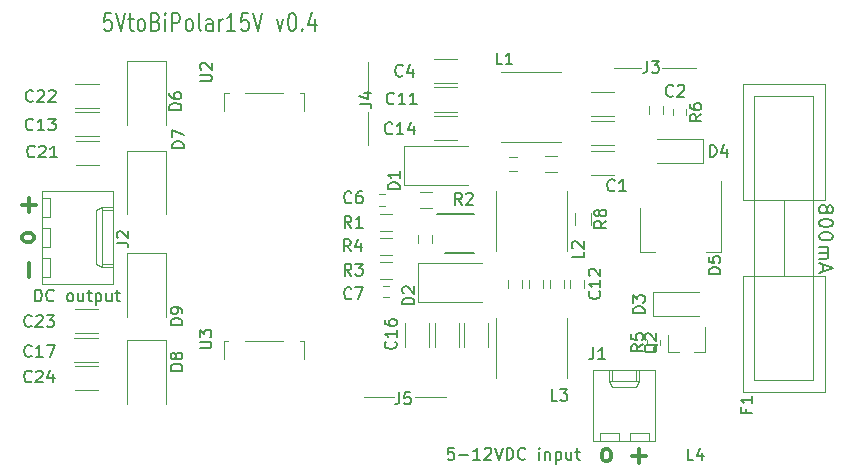
<source format=gbr>
G04 #@! TF.GenerationSoftware,KiCad,Pcbnew,(5.1.4)-1*
G04 #@! TF.CreationDate,2021-02-21T00:25:35+00:00*
G04 #@! TF.ProjectId,5v_to_bipolar15v_PSU,35765f74-6f5f-4626-9970-6f6c61723135,rev?*
G04 #@! TF.SameCoordinates,Original*
G04 #@! TF.FileFunction,Legend,Top*
G04 #@! TF.FilePolarity,Positive*
%FSLAX46Y46*%
G04 Gerber Fmt 4.6, Leading zero omitted, Abs format (unit mm)*
G04 Created by KiCad (PCBNEW (5.1.4)-1) date 2021-02-21 00:25:35*
%MOMM*%
%LPD*%
G04 APERTURE LIST*
%ADD10C,0.120000*%
%ADD11C,0.200000*%
%ADD12C,0.150000*%
%ADD13C,0.300000*%
G04 APERTURE END LIST*
D10*
X146935500Y-110471400D02*
X144395500Y-110471400D01*
X151380500Y-110471400D02*
X148713500Y-110471400D01*
X144713000Y-86277900D02*
X144713000Y-89071900D01*
X144713000Y-82086900D02*
X144713000Y-84436400D01*
X169668500Y-82594900D02*
X172526000Y-82594900D01*
X165541000Y-82594900D02*
X167827000Y-82594900D01*
D11*
X123006071Y-77947971D02*
X122434642Y-77947971D01*
X122377500Y-78662257D01*
X122434642Y-78590828D01*
X122548928Y-78519400D01*
X122834642Y-78519400D01*
X122948928Y-78590828D01*
X123006071Y-78662257D01*
X123063214Y-78805114D01*
X123063214Y-79162257D01*
X123006071Y-79305114D01*
X122948928Y-79376542D01*
X122834642Y-79447971D01*
X122548928Y-79447971D01*
X122434642Y-79376542D01*
X122377500Y-79305114D01*
X123406071Y-77947971D02*
X123806071Y-79447971D01*
X124206071Y-77947971D01*
X124434642Y-78447971D02*
X124891785Y-78447971D01*
X124606071Y-77947971D02*
X124606071Y-79233685D01*
X124663214Y-79376542D01*
X124777500Y-79447971D01*
X124891785Y-79447971D01*
X125463214Y-79447971D02*
X125348928Y-79376542D01*
X125291785Y-79305114D01*
X125234642Y-79162257D01*
X125234642Y-78733685D01*
X125291785Y-78590828D01*
X125348928Y-78519400D01*
X125463214Y-78447971D01*
X125634642Y-78447971D01*
X125748928Y-78519400D01*
X125806071Y-78590828D01*
X125863214Y-78733685D01*
X125863214Y-79162257D01*
X125806071Y-79305114D01*
X125748928Y-79376542D01*
X125634642Y-79447971D01*
X125463214Y-79447971D01*
X126777500Y-78662257D02*
X126948928Y-78733685D01*
X127006071Y-78805114D01*
X127063214Y-78947971D01*
X127063214Y-79162257D01*
X127006071Y-79305114D01*
X126948928Y-79376542D01*
X126834642Y-79447971D01*
X126377500Y-79447971D01*
X126377500Y-77947971D01*
X126777500Y-77947971D01*
X126891785Y-78019400D01*
X126948928Y-78090828D01*
X127006071Y-78233685D01*
X127006071Y-78376542D01*
X126948928Y-78519400D01*
X126891785Y-78590828D01*
X126777500Y-78662257D01*
X126377500Y-78662257D01*
X127577500Y-79447971D02*
X127577500Y-78447971D01*
X127577500Y-77947971D02*
X127520357Y-78019400D01*
X127577500Y-78090828D01*
X127634642Y-78019400D01*
X127577500Y-77947971D01*
X127577500Y-78090828D01*
X128148928Y-79447971D02*
X128148928Y-77947971D01*
X128606071Y-77947971D01*
X128720357Y-78019400D01*
X128777500Y-78090828D01*
X128834642Y-78233685D01*
X128834642Y-78447971D01*
X128777500Y-78590828D01*
X128720357Y-78662257D01*
X128606071Y-78733685D01*
X128148928Y-78733685D01*
X129520357Y-79447971D02*
X129406071Y-79376542D01*
X129348928Y-79305114D01*
X129291785Y-79162257D01*
X129291785Y-78733685D01*
X129348928Y-78590828D01*
X129406071Y-78519400D01*
X129520357Y-78447971D01*
X129691785Y-78447971D01*
X129806071Y-78519400D01*
X129863214Y-78590828D01*
X129920357Y-78733685D01*
X129920357Y-79162257D01*
X129863214Y-79305114D01*
X129806071Y-79376542D01*
X129691785Y-79447971D01*
X129520357Y-79447971D01*
X130606071Y-79447971D02*
X130491785Y-79376542D01*
X130434642Y-79233685D01*
X130434642Y-77947971D01*
X131577500Y-79447971D02*
X131577500Y-78662257D01*
X131520357Y-78519400D01*
X131406071Y-78447971D01*
X131177500Y-78447971D01*
X131063214Y-78519400D01*
X131577500Y-79376542D02*
X131463214Y-79447971D01*
X131177500Y-79447971D01*
X131063214Y-79376542D01*
X131006071Y-79233685D01*
X131006071Y-79090828D01*
X131063214Y-78947971D01*
X131177500Y-78876542D01*
X131463214Y-78876542D01*
X131577500Y-78805114D01*
X132148928Y-79447971D02*
X132148928Y-78447971D01*
X132148928Y-78733685D02*
X132206071Y-78590828D01*
X132263214Y-78519400D01*
X132377500Y-78447971D01*
X132491785Y-78447971D01*
X133520357Y-79447971D02*
X132834642Y-79447971D01*
X133177500Y-79447971D02*
X133177500Y-77947971D01*
X133063214Y-78162257D01*
X132948928Y-78305114D01*
X132834642Y-78376542D01*
X134606071Y-77947971D02*
X134034642Y-77947971D01*
X133977500Y-78662257D01*
X134034642Y-78590828D01*
X134148928Y-78519400D01*
X134434642Y-78519400D01*
X134548928Y-78590828D01*
X134606071Y-78662257D01*
X134663214Y-78805114D01*
X134663214Y-79162257D01*
X134606071Y-79305114D01*
X134548928Y-79376542D01*
X134434642Y-79447971D01*
X134148928Y-79447971D01*
X134034642Y-79376542D01*
X133977500Y-79305114D01*
X135006071Y-77947971D02*
X135406071Y-79447971D01*
X135806071Y-77947971D01*
X137006071Y-78447971D02*
X137291785Y-79447971D01*
X137577500Y-78447971D01*
X138263214Y-77947971D02*
X138377500Y-77947971D01*
X138491785Y-78019400D01*
X138548928Y-78090828D01*
X138606071Y-78233685D01*
X138663214Y-78519400D01*
X138663214Y-78876542D01*
X138606071Y-79162257D01*
X138548928Y-79305114D01*
X138491785Y-79376542D01*
X138377500Y-79447971D01*
X138263214Y-79447971D01*
X138148928Y-79376542D01*
X138091785Y-79305114D01*
X138034642Y-79162257D01*
X137977500Y-78876542D01*
X137977500Y-78519400D01*
X138034642Y-78233685D01*
X138091785Y-78090828D01*
X138148928Y-78019400D01*
X138263214Y-77947971D01*
X139177500Y-79305114D02*
X139234642Y-79376542D01*
X139177500Y-79447971D01*
X139120357Y-79376542D01*
X139177500Y-79305114D01*
X139177500Y-79447971D01*
X140263214Y-78447971D02*
X140263214Y-79447971D01*
X139977500Y-77876542D02*
X139691785Y-78947971D01*
X140434642Y-78947971D01*
D12*
X116550690Y-102335780D02*
X116550690Y-101335780D01*
X116788785Y-101335780D01*
X116931642Y-101383400D01*
X117026880Y-101478638D01*
X117074500Y-101573876D01*
X117122119Y-101764352D01*
X117122119Y-101907209D01*
X117074500Y-102097685D01*
X117026880Y-102192923D01*
X116931642Y-102288161D01*
X116788785Y-102335780D01*
X116550690Y-102335780D01*
X118122119Y-102240542D02*
X118074500Y-102288161D01*
X117931642Y-102335780D01*
X117836404Y-102335780D01*
X117693547Y-102288161D01*
X117598309Y-102192923D01*
X117550690Y-102097685D01*
X117503071Y-101907209D01*
X117503071Y-101764352D01*
X117550690Y-101573876D01*
X117598309Y-101478638D01*
X117693547Y-101383400D01*
X117836404Y-101335780D01*
X117931642Y-101335780D01*
X118074500Y-101383400D01*
X118122119Y-101431019D01*
X119455452Y-102335780D02*
X119360214Y-102288161D01*
X119312595Y-102240542D01*
X119264976Y-102145304D01*
X119264976Y-101859590D01*
X119312595Y-101764352D01*
X119360214Y-101716733D01*
X119455452Y-101669114D01*
X119598309Y-101669114D01*
X119693547Y-101716733D01*
X119741166Y-101764352D01*
X119788785Y-101859590D01*
X119788785Y-102145304D01*
X119741166Y-102240542D01*
X119693547Y-102288161D01*
X119598309Y-102335780D01*
X119455452Y-102335780D01*
X120645928Y-101669114D02*
X120645928Y-102335780D01*
X120217357Y-101669114D02*
X120217357Y-102192923D01*
X120264976Y-102288161D01*
X120360214Y-102335780D01*
X120503071Y-102335780D01*
X120598309Y-102288161D01*
X120645928Y-102240542D01*
X120979261Y-101669114D02*
X121360214Y-101669114D01*
X121122119Y-101335780D02*
X121122119Y-102192923D01*
X121169738Y-102288161D01*
X121264976Y-102335780D01*
X121360214Y-102335780D01*
X121693547Y-101669114D02*
X121693547Y-102669114D01*
X121693547Y-101716733D02*
X121788785Y-101669114D01*
X121979261Y-101669114D01*
X122074500Y-101716733D01*
X122122119Y-101764352D01*
X122169738Y-101859590D01*
X122169738Y-102145304D01*
X122122119Y-102240542D01*
X122074500Y-102288161D01*
X121979261Y-102335780D01*
X121788785Y-102335780D01*
X121693547Y-102288161D01*
X123026880Y-101669114D02*
X123026880Y-102335780D01*
X122598309Y-101669114D02*
X122598309Y-102192923D01*
X122645928Y-102288161D01*
X122741166Y-102335780D01*
X122884023Y-102335780D01*
X122979261Y-102288161D01*
X123026880Y-102240542D01*
X123360214Y-101669114D02*
X123741166Y-101669114D01*
X123503071Y-101335780D02*
X123503071Y-102192923D01*
X123550690Y-102288161D01*
X123645928Y-102335780D01*
X123741166Y-102335780D01*
X152008190Y-114749780D02*
X151532000Y-114749780D01*
X151484380Y-115225971D01*
X151532000Y-115178352D01*
X151627238Y-115130733D01*
X151865333Y-115130733D01*
X151960571Y-115178352D01*
X152008190Y-115225971D01*
X152055809Y-115321209D01*
X152055809Y-115559304D01*
X152008190Y-115654542D01*
X151960571Y-115702161D01*
X151865333Y-115749780D01*
X151627238Y-115749780D01*
X151532000Y-115702161D01*
X151484380Y-115654542D01*
X152484380Y-115368828D02*
X153246285Y-115368828D01*
X154246285Y-115749780D02*
X153674857Y-115749780D01*
X153960571Y-115749780D02*
X153960571Y-114749780D01*
X153865333Y-114892638D01*
X153770095Y-114987876D01*
X153674857Y-115035495D01*
X154627238Y-114845019D02*
X154674857Y-114797400D01*
X154770095Y-114749780D01*
X155008190Y-114749780D01*
X155103428Y-114797400D01*
X155151047Y-114845019D01*
X155198666Y-114940257D01*
X155198666Y-115035495D01*
X155151047Y-115178352D01*
X154579619Y-115749780D01*
X155198666Y-115749780D01*
X155484380Y-114749780D02*
X155817714Y-115749780D01*
X156151047Y-114749780D01*
X156484380Y-115749780D02*
X156484380Y-114749780D01*
X156722476Y-114749780D01*
X156865333Y-114797400D01*
X156960571Y-114892638D01*
X157008190Y-114987876D01*
X157055809Y-115178352D01*
X157055809Y-115321209D01*
X157008190Y-115511685D01*
X156960571Y-115606923D01*
X156865333Y-115702161D01*
X156722476Y-115749780D01*
X156484380Y-115749780D01*
X158055809Y-115654542D02*
X158008190Y-115702161D01*
X157865333Y-115749780D01*
X157770095Y-115749780D01*
X157627238Y-115702161D01*
X157532000Y-115606923D01*
X157484380Y-115511685D01*
X157436761Y-115321209D01*
X157436761Y-115178352D01*
X157484380Y-114987876D01*
X157532000Y-114892638D01*
X157627238Y-114797400D01*
X157770095Y-114749780D01*
X157865333Y-114749780D01*
X158008190Y-114797400D01*
X158055809Y-114845019D01*
X159246285Y-115749780D02*
X159246285Y-115083114D01*
X159246285Y-114749780D02*
X159198666Y-114797400D01*
X159246285Y-114845019D01*
X159293904Y-114797400D01*
X159246285Y-114749780D01*
X159246285Y-114845019D01*
X159722476Y-115083114D02*
X159722476Y-115749780D01*
X159722476Y-115178352D02*
X159770095Y-115130733D01*
X159865333Y-115083114D01*
X160008190Y-115083114D01*
X160103428Y-115130733D01*
X160151047Y-115225971D01*
X160151047Y-115749780D01*
X160627238Y-115083114D02*
X160627238Y-116083114D01*
X160627238Y-115130733D02*
X160722476Y-115083114D01*
X160912952Y-115083114D01*
X161008190Y-115130733D01*
X161055809Y-115178352D01*
X161103428Y-115273590D01*
X161103428Y-115559304D01*
X161055809Y-115654542D01*
X161008190Y-115702161D01*
X160912952Y-115749780D01*
X160722476Y-115749780D01*
X160627238Y-115702161D01*
X161960571Y-115083114D02*
X161960571Y-115749780D01*
X161532000Y-115083114D02*
X161532000Y-115606923D01*
X161579619Y-115702161D01*
X161674857Y-115749780D01*
X161817714Y-115749780D01*
X161912952Y-115702161D01*
X161960571Y-115654542D01*
X162293904Y-115083114D02*
X162674857Y-115083114D01*
X162436761Y-114749780D02*
X162436761Y-115606923D01*
X162484380Y-115702161D01*
X162579619Y-115749780D01*
X162674857Y-115749780D01*
D13*
X168251428Y-115444257D02*
X167108571Y-115444257D01*
X167680000Y-114872828D02*
X167680000Y-116015685D01*
X165037142Y-114872828D02*
X165180000Y-114944257D01*
X165251428Y-115015685D01*
X165322857Y-115158542D01*
X165322857Y-115587114D01*
X165251428Y-115729971D01*
X165180000Y-115801400D01*
X165037142Y-115872828D01*
X164822857Y-115872828D01*
X164680000Y-115801400D01*
X164608571Y-115729971D01*
X164537142Y-115587114D01*
X164537142Y-115158542D01*
X164608571Y-115015685D01*
X164680000Y-114944257D01*
X164822857Y-114872828D01*
X165037142Y-114872828D01*
X116030357Y-93608971D02*
X116030357Y-94751828D01*
X115458928Y-94180400D02*
X116601785Y-94180400D01*
X115458928Y-96823257D02*
X115530357Y-96680400D01*
X115601785Y-96608971D01*
X115744642Y-96537542D01*
X116173214Y-96537542D01*
X116316071Y-96608971D01*
X116387500Y-96680400D01*
X116458928Y-96823257D01*
X116458928Y-97037542D01*
X116387500Y-97180400D01*
X116316071Y-97251828D01*
X116173214Y-97323257D01*
X115744642Y-97323257D01*
X115601785Y-97251828D01*
X115530357Y-97180400D01*
X115458928Y-97037542D01*
X115458928Y-96823257D01*
X116030357Y-99108971D02*
X116030357Y-100251828D01*
D11*
X183603857Y-94437971D02*
X183661000Y-94323685D01*
X183718142Y-94266542D01*
X183832428Y-94209400D01*
X183889571Y-94209400D01*
X184003857Y-94266542D01*
X184061000Y-94323685D01*
X184118142Y-94437971D01*
X184118142Y-94666542D01*
X184061000Y-94780828D01*
X184003857Y-94837971D01*
X183889571Y-94895114D01*
X183832428Y-94895114D01*
X183718142Y-94837971D01*
X183661000Y-94780828D01*
X183603857Y-94666542D01*
X183603857Y-94437971D01*
X183546714Y-94323685D01*
X183489571Y-94266542D01*
X183375285Y-94209400D01*
X183146714Y-94209400D01*
X183032428Y-94266542D01*
X182975285Y-94323685D01*
X182918142Y-94437971D01*
X182918142Y-94666542D01*
X182975285Y-94780828D01*
X183032428Y-94837971D01*
X183146714Y-94895114D01*
X183375285Y-94895114D01*
X183489571Y-94837971D01*
X183546714Y-94780828D01*
X183603857Y-94666542D01*
X184118142Y-95637971D02*
X184118142Y-95752257D01*
X184061000Y-95866542D01*
X184003857Y-95923685D01*
X183889571Y-95980828D01*
X183661000Y-96037971D01*
X183375285Y-96037971D01*
X183146714Y-95980828D01*
X183032428Y-95923685D01*
X182975285Y-95866542D01*
X182918142Y-95752257D01*
X182918142Y-95637971D01*
X182975285Y-95523685D01*
X183032428Y-95466542D01*
X183146714Y-95409400D01*
X183375285Y-95352257D01*
X183661000Y-95352257D01*
X183889571Y-95409400D01*
X184003857Y-95466542D01*
X184061000Y-95523685D01*
X184118142Y-95637971D01*
X184118142Y-96780828D02*
X184118142Y-96895114D01*
X184061000Y-97009400D01*
X184003857Y-97066542D01*
X183889571Y-97123685D01*
X183661000Y-97180828D01*
X183375285Y-97180828D01*
X183146714Y-97123685D01*
X183032428Y-97066542D01*
X182975285Y-97009400D01*
X182918142Y-96895114D01*
X182918142Y-96780828D01*
X182975285Y-96666542D01*
X183032428Y-96609400D01*
X183146714Y-96552257D01*
X183375285Y-96495114D01*
X183661000Y-96495114D01*
X183889571Y-96552257D01*
X184003857Y-96609400D01*
X184061000Y-96666542D01*
X184118142Y-96780828D01*
X182918142Y-97695114D02*
X183718142Y-97695114D01*
X183603857Y-97695114D02*
X183661000Y-97752257D01*
X183718142Y-97866542D01*
X183718142Y-98037971D01*
X183661000Y-98152257D01*
X183546714Y-98209400D01*
X182918142Y-98209400D01*
X183546714Y-98209400D02*
X183661000Y-98266542D01*
X183718142Y-98380828D01*
X183718142Y-98552257D01*
X183661000Y-98666542D01*
X183546714Y-98723685D01*
X182918142Y-98723685D01*
X183261000Y-99237971D02*
X183261000Y-99809400D01*
X182918142Y-99123685D02*
X184118142Y-99523685D01*
X182918142Y-99923685D01*
D10*
X168403000Y-105569400D02*
X168403000Y-106069400D01*
X169463000Y-106069400D02*
X169463000Y-105569400D01*
X173111000Y-90603400D02*
X173111000Y-88603400D01*
X173111000Y-88603400D02*
X169211000Y-88603400D01*
X173111000Y-90603400D02*
X169211000Y-90603400D01*
X159706500Y-90027400D02*
X160706500Y-90027400D01*
X160706500Y-91387400D02*
X159706500Y-91387400D01*
X162281000Y-95853400D02*
X162281000Y-94853400D01*
X163641000Y-94853400D02*
X163641000Y-95853400D01*
X150138500Y-96707400D02*
X150138500Y-97407400D01*
X148938500Y-97407400D02*
X148938500Y-96707400D01*
X169697000Y-85817400D02*
X169697000Y-86517400D01*
X168497000Y-86517400D02*
X168497000Y-85817400D01*
X145736500Y-94980400D02*
X146736500Y-94980400D01*
X146736500Y-96340400D02*
X145736500Y-96340400D01*
X149122500Y-93075400D02*
X150122500Y-93075400D01*
X150122500Y-94435400D02*
X149122500Y-94435400D01*
X163061000Y-100503400D02*
X163061000Y-101203400D01*
X161861000Y-101203400D02*
X161861000Y-100503400D01*
X157381500Y-91307400D02*
X156681500Y-91307400D01*
X156681500Y-90107400D02*
X157381500Y-90107400D01*
X157758500Y-100517400D02*
X157758500Y-101217400D01*
X156558500Y-101217400D02*
X156558500Y-100517400D01*
X159536500Y-100517400D02*
X159536500Y-101217400D01*
X158336500Y-101217400D02*
X158336500Y-100517400D01*
X161314500Y-100529400D02*
X161314500Y-101229400D01*
X160114500Y-101229400D02*
X160114500Y-100529400D01*
X169081000Y-114123400D02*
X169081000Y-108123400D01*
X169081000Y-108123400D02*
X163801000Y-108123400D01*
X163801000Y-108123400D02*
X163801000Y-114123400D01*
X163801000Y-114123400D02*
X169081000Y-114123400D01*
X167711000Y-108123400D02*
X167711000Y-109123400D01*
X167711000Y-109123400D02*
X165171000Y-109123400D01*
X165171000Y-109123400D02*
X165171000Y-108123400D01*
X167711000Y-109123400D02*
X167461000Y-109553400D01*
X167461000Y-109553400D02*
X165421000Y-109553400D01*
X165421000Y-109553400D02*
X165171000Y-109123400D01*
X167461000Y-108123400D02*
X167461000Y-109123400D01*
X165421000Y-108123400D02*
X165421000Y-109123400D01*
X168511000Y-114123400D02*
X168511000Y-113503400D01*
X168511000Y-113503400D02*
X166911000Y-113503400D01*
X166911000Y-113503400D02*
X166911000Y-114123400D01*
X165971000Y-114123400D02*
X165971000Y-113503400D01*
X165971000Y-113503400D02*
X164371000Y-113503400D01*
X164371000Y-113503400D02*
X164371000Y-114123400D01*
X154876500Y-106185400D02*
X154876500Y-104185400D01*
X152836500Y-104185400D02*
X152836500Y-106185400D01*
X152292500Y-84226400D02*
X150292500Y-84226400D01*
X150292500Y-86266400D02*
X152292500Y-86266400D01*
X167801000Y-98163400D02*
X169061000Y-98163400D01*
X174621000Y-98163400D02*
X173361000Y-98163400D01*
X167801000Y-94403400D02*
X167801000Y-98163400D01*
X174621000Y-92153400D02*
X174621000Y-98163400D01*
X168861000Y-101588400D02*
X168861000Y-103588400D01*
X168861000Y-103588400D02*
X172761000Y-103588400D01*
X168861000Y-101588400D02*
X172761000Y-101588400D01*
X138961000Y-105691400D02*
X139311000Y-105691400D01*
X139311000Y-105691400D02*
X139311000Y-107191400D01*
X134311000Y-105691400D02*
X137511000Y-105691400D01*
X132511000Y-107191400D02*
X132511000Y-105691400D01*
X132511000Y-105691400D02*
X132911000Y-105691400D01*
X139011000Y-84691400D02*
X139361000Y-84691400D01*
X139361000Y-84691400D02*
X139361000Y-86191400D01*
X134361000Y-84691400D02*
X137561000Y-84691400D01*
X132561000Y-86191400D02*
X132561000Y-84691400D01*
X132561000Y-84691400D02*
X132961000Y-84691400D01*
D12*
X151268000Y-98236400D02*
X153718000Y-98236400D01*
X150543000Y-94936400D02*
X153718000Y-94936400D01*
D10*
X170599000Y-86053400D02*
X170599000Y-86553400D01*
X171659000Y-86553400D02*
X171659000Y-86053400D01*
X146736500Y-98372400D02*
X145736500Y-98372400D01*
X145736500Y-97012400D02*
X146736500Y-97012400D01*
X146736500Y-100404400D02*
X145736500Y-100404400D01*
X145736500Y-99044400D02*
X146736500Y-99044400D01*
X170145500Y-106634400D02*
X171075500Y-106634400D01*
X173305500Y-106634400D02*
X172375500Y-106634400D01*
X173305500Y-106634400D02*
X173305500Y-104474400D01*
X170145500Y-106634400D02*
X170145500Y-105174400D01*
X155555500Y-103742400D02*
X155555500Y-108842400D01*
X161555500Y-103742400D02*
X161555500Y-108842400D01*
X161555500Y-98083400D02*
X161555500Y-92983400D01*
X155555500Y-98083400D02*
X155555500Y-92983400D01*
X156005500Y-88881400D02*
X161105500Y-88881400D01*
X156005500Y-82881400D02*
X161105500Y-82881400D01*
X117181500Y-100836400D02*
X123181500Y-100836400D01*
X123181500Y-100836400D02*
X123181500Y-93016400D01*
X123181500Y-93016400D02*
X117181500Y-93016400D01*
X117181500Y-93016400D02*
X117181500Y-100836400D01*
X123181500Y-99466400D02*
X122181500Y-99466400D01*
X122181500Y-99466400D02*
X122181500Y-94386400D01*
X122181500Y-94386400D02*
X123181500Y-94386400D01*
X122181500Y-99466400D02*
X121751500Y-99216400D01*
X121751500Y-99216400D02*
X121751500Y-94636400D01*
X121751500Y-94636400D02*
X122181500Y-94386400D01*
X123181500Y-99216400D02*
X122181500Y-99216400D01*
X123181500Y-94636400D02*
X122181500Y-94636400D01*
X117181500Y-100266400D02*
X117801500Y-100266400D01*
X117801500Y-100266400D02*
X117801500Y-98666400D01*
X117801500Y-98666400D02*
X117181500Y-98666400D01*
X117181500Y-97726400D02*
X117801500Y-97726400D01*
X117801500Y-97726400D02*
X117801500Y-96126400D01*
X117801500Y-96126400D02*
X117181500Y-96126400D01*
X117181500Y-95186400D02*
X117801500Y-95186400D01*
X117801500Y-95186400D02*
X117801500Y-93586400D01*
X117801500Y-93586400D02*
X117181500Y-93586400D01*
X179961000Y-100226400D02*
X179961000Y-93726400D01*
X183461000Y-100226400D02*
X176461000Y-100226400D01*
X176461000Y-108976400D02*
X176461000Y-100226400D01*
X183461000Y-108976400D02*
X183461000Y-100226400D01*
X177461000Y-86226400D02*
X177461000Y-84976400D01*
X182461000Y-86476400D02*
X182461000Y-84976400D01*
X177461000Y-98476400D02*
X177461000Y-86226400D01*
X182461000Y-98226400D02*
X182461000Y-86476400D01*
X177461000Y-108976400D02*
X177461000Y-98476400D01*
X182461000Y-108976400D02*
X182461000Y-98226400D01*
X182461000Y-108976400D02*
X177461000Y-108976400D01*
X183461000Y-109976400D02*
X183461000Y-108976400D01*
X183461000Y-109976400D02*
X176461000Y-109976400D01*
X176461000Y-109976400D02*
X176461000Y-108976400D01*
X182461000Y-84976400D02*
X177461000Y-84976400D01*
X183461000Y-93726400D02*
X183461000Y-83976400D01*
X183461000Y-83976400D02*
X176461000Y-83976400D01*
X176461000Y-93726400D02*
X176461000Y-83976400D01*
X183461000Y-93726400D02*
X176461000Y-93726400D01*
X127625500Y-98251400D02*
X124325500Y-98251400D01*
X124325500Y-98251400D02*
X124325500Y-103651400D01*
X127625500Y-98251400D02*
X127625500Y-103651400D01*
X127625500Y-105617400D02*
X124325500Y-105617400D01*
X124325500Y-105617400D02*
X124325500Y-111017400D01*
X127625500Y-105617400D02*
X127625500Y-111017400D01*
X127625500Y-89583400D02*
X124325500Y-89583400D01*
X124325500Y-89583400D02*
X124325500Y-94983400D01*
X127625500Y-89583400D02*
X127625500Y-94983400D01*
X127625500Y-81995400D02*
X124325500Y-81995400D01*
X124325500Y-81995400D02*
X124325500Y-87395400D01*
X127625500Y-81995400D02*
X127625500Y-87395400D01*
X148964500Y-99090400D02*
X148964500Y-102390400D01*
X148964500Y-102390400D02*
X154364500Y-102390400D01*
X148964500Y-99090400D02*
X154364500Y-99090400D01*
X147789500Y-89184400D02*
X147789500Y-92484400D01*
X147789500Y-92484400D02*
X153189500Y-92484400D01*
X147789500Y-89184400D02*
X153189500Y-89184400D01*
X121911500Y-107832400D02*
X119911500Y-107832400D01*
X119911500Y-109872400D02*
X121911500Y-109872400D01*
X121911500Y-103006400D02*
X119911500Y-103006400D01*
X119911500Y-105046400D02*
X121911500Y-105046400D01*
X119970500Y-85957400D02*
X121970500Y-85957400D01*
X121970500Y-83917400D02*
X119970500Y-83917400D01*
X119994500Y-90783400D02*
X121994500Y-90783400D01*
X121994500Y-88743400D02*
X119994500Y-88743400D01*
X152463500Y-106185400D02*
X152463500Y-104185400D01*
X150423500Y-104185400D02*
X150423500Y-106185400D01*
X121887500Y-105419400D02*
X119887500Y-105419400D01*
X119887500Y-107459400D02*
X121887500Y-107459400D01*
X149923500Y-106185400D02*
X149923500Y-104185400D01*
X147883500Y-104185400D02*
X147883500Y-106185400D01*
X152316500Y-86639400D02*
X150316500Y-86639400D01*
X150316500Y-88679400D02*
X152316500Y-88679400D01*
X119970500Y-88370400D02*
X121970500Y-88370400D01*
X121970500Y-86330400D02*
X119970500Y-86330400D01*
X165605500Y-84609000D02*
X163605500Y-84609000D01*
X163605500Y-86649000D02*
X165605500Y-86649000D01*
X165605500Y-87098200D02*
X163605500Y-87098200D01*
X163605500Y-89138200D02*
X165605500Y-89138200D01*
X145986500Y-101972400D02*
X146486500Y-101972400D01*
X146486500Y-101032400D02*
X145986500Y-101032400D01*
X146147500Y-93285400D02*
X145647500Y-93285400D01*
X145647500Y-94225400D02*
X146147500Y-94225400D01*
X152316500Y-81813400D02*
X150316500Y-81813400D01*
X150316500Y-83853400D02*
X152316500Y-83853400D01*
X165605500Y-89587400D02*
X163605500Y-89587400D01*
X163605500Y-91627400D02*
X165605500Y-91627400D01*
D12*
X168035380Y-105986066D02*
X167559190Y-106319400D01*
X168035380Y-106557495D02*
X167035380Y-106557495D01*
X167035380Y-106176542D01*
X167083000Y-106081304D01*
X167130619Y-106033685D01*
X167225857Y-105986066D01*
X167368714Y-105986066D01*
X167463952Y-106033685D01*
X167511571Y-106081304D01*
X167559190Y-106176542D01*
X167559190Y-106557495D01*
X167035380Y-105081304D02*
X167035380Y-105557495D01*
X167511571Y-105605114D01*
X167463952Y-105557495D01*
X167416333Y-105462257D01*
X167416333Y-105224161D01*
X167463952Y-105128923D01*
X167511571Y-105081304D01*
X167606809Y-105033685D01*
X167844904Y-105033685D01*
X167940142Y-105081304D01*
X167987761Y-105128923D01*
X168035380Y-105224161D01*
X168035380Y-105462257D01*
X167987761Y-105557495D01*
X167940142Y-105605114D01*
X173678904Y-90094780D02*
X173678904Y-89094780D01*
X173917000Y-89094780D01*
X174059857Y-89142400D01*
X174155095Y-89237638D01*
X174202714Y-89332876D01*
X174250333Y-89523352D01*
X174250333Y-89666209D01*
X174202714Y-89856685D01*
X174155095Y-89951923D01*
X174059857Y-90047161D01*
X173917000Y-90094780D01*
X173678904Y-90094780D01*
X175107476Y-89428114D02*
X175107476Y-90094780D01*
X174869380Y-89047161D02*
X174631285Y-89761447D01*
X175250333Y-89761447D01*
X147377666Y-110055780D02*
X147377666Y-110770066D01*
X147330047Y-110912923D01*
X147234809Y-111008161D01*
X147091952Y-111055780D01*
X146996714Y-111055780D01*
X148330047Y-110055780D02*
X147853857Y-110055780D01*
X147806238Y-110531971D01*
X147853857Y-110484352D01*
X147949095Y-110436733D01*
X148187190Y-110436733D01*
X148282428Y-110484352D01*
X148330047Y-110531971D01*
X148377666Y-110627209D01*
X148377666Y-110865304D01*
X148330047Y-110960542D01*
X148282428Y-111008161D01*
X148187190Y-111055780D01*
X147949095Y-111055780D01*
X147853857Y-111008161D01*
X147806238Y-110960542D01*
X168382666Y-81983780D02*
X168382666Y-82698066D01*
X168335047Y-82840923D01*
X168239809Y-82936161D01*
X168096952Y-82983780D01*
X168001714Y-82983780D01*
X168763619Y-81983780D02*
X169382666Y-81983780D01*
X169049333Y-82364733D01*
X169192190Y-82364733D01*
X169287428Y-82412352D01*
X169335047Y-82459971D01*
X169382666Y-82555209D01*
X169382666Y-82793304D01*
X169335047Y-82888542D01*
X169287428Y-82936161D01*
X169192190Y-82983780D01*
X168906476Y-82983780D01*
X168811238Y-82936161D01*
X168763619Y-82888542D01*
X144038380Y-85595233D02*
X144752666Y-85595233D01*
X144895523Y-85642852D01*
X144990761Y-85738090D01*
X145038380Y-85880947D01*
X145038380Y-85976185D01*
X144371714Y-84690471D02*
X145038380Y-84690471D01*
X143990761Y-84928566D02*
X144705047Y-85166661D01*
X144705047Y-84547614D01*
X164913380Y-95520066D02*
X164437190Y-95853400D01*
X164913380Y-96091495D02*
X163913380Y-96091495D01*
X163913380Y-95710542D01*
X163961000Y-95615304D01*
X164008619Y-95567685D01*
X164103857Y-95520066D01*
X164246714Y-95520066D01*
X164341952Y-95567685D01*
X164389571Y-95615304D01*
X164437190Y-95710542D01*
X164437190Y-96091495D01*
X164341952Y-94948638D02*
X164294333Y-95043876D01*
X164246714Y-95091495D01*
X164151476Y-95139114D01*
X164103857Y-95139114D01*
X164008619Y-95091495D01*
X163961000Y-95043876D01*
X163913380Y-94948638D01*
X163913380Y-94758161D01*
X163961000Y-94662923D01*
X164008619Y-94615304D01*
X164103857Y-94567685D01*
X164151476Y-94567685D01*
X164246714Y-94615304D01*
X164294333Y-94662923D01*
X164341952Y-94758161D01*
X164341952Y-94948638D01*
X164389571Y-95043876D01*
X164437190Y-95091495D01*
X164532428Y-95139114D01*
X164722904Y-95139114D01*
X164818142Y-95091495D01*
X164865761Y-95043876D01*
X164913380Y-94948638D01*
X164913380Y-94758161D01*
X164865761Y-94662923D01*
X164818142Y-94615304D01*
X164722904Y-94567685D01*
X164532428Y-94567685D01*
X164437190Y-94615304D01*
X164389571Y-94662923D01*
X164341952Y-94758161D01*
X170581333Y-84920542D02*
X170533714Y-84968161D01*
X170390857Y-85015780D01*
X170295619Y-85015780D01*
X170152761Y-84968161D01*
X170057523Y-84872923D01*
X170009904Y-84777685D01*
X169962285Y-84587209D01*
X169962285Y-84444352D01*
X170009904Y-84253876D01*
X170057523Y-84158638D01*
X170152761Y-84063400D01*
X170295619Y-84015780D01*
X170390857Y-84015780D01*
X170533714Y-84063400D01*
X170581333Y-84111019D01*
X170962285Y-84111019D02*
X171009904Y-84063400D01*
X171105142Y-84015780D01*
X171343238Y-84015780D01*
X171438476Y-84063400D01*
X171486095Y-84111019D01*
X171533714Y-84206257D01*
X171533714Y-84301495D01*
X171486095Y-84444352D01*
X170914666Y-85015780D01*
X171533714Y-85015780D01*
X143339833Y-96112780D02*
X143006500Y-95636590D01*
X142768404Y-96112780D02*
X142768404Y-95112780D01*
X143149357Y-95112780D01*
X143244595Y-95160400D01*
X143292214Y-95208019D01*
X143339833Y-95303257D01*
X143339833Y-95446114D01*
X143292214Y-95541352D01*
X143244595Y-95588971D01*
X143149357Y-95636590D01*
X142768404Y-95636590D01*
X144292214Y-96112780D02*
X143720785Y-96112780D01*
X144006500Y-96112780D02*
X144006500Y-95112780D01*
X143911261Y-95255638D01*
X143816023Y-95350876D01*
X143720785Y-95398495D01*
X152674333Y-94159780D02*
X152341000Y-93683590D01*
X152102904Y-94159780D02*
X152102904Y-93159780D01*
X152483857Y-93159780D01*
X152579095Y-93207400D01*
X152626714Y-93255019D01*
X152674333Y-93350257D01*
X152674333Y-93493114D01*
X152626714Y-93588352D01*
X152579095Y-93635971D01*
X152483857Y-93683590D01*
X152102904Y-93683590D01*
X153055285Y-93255019D02*
X153102904Y-93207400D01*
X153198142Y-93159780D01*
X153436238Y-93159780D01*
X153531476Y-93207400D01*
X153579095Y-93255019D01*
X153626714Y-93350257D01*
X153626714Y-93445495D01*
X153579095Y-93588352D01*
X153007666Y-94159780D01*
X153626714Y-94159780D01*
X164318142Y-101496257D02*
X164365761Y-101543876D01*
X164413380Y-101686733D01*
X164413380Y-101781971D01*
X164365761Y-101924828D01*
X164270523Y-102020066D01*
X164175285Y-102067685D01*
X163984809Y-102115304D01*
X163841952Y-102115304D01*
X163651476Y-102067685D01*
X163556238Y-102020066D01*
X163461000Y-101924828D01*
X163413380Y-101781971D01*
X163413380Y-101686733D01*
X163461000Y-101543876D01*
X163508619Y-101496257D01*
X164413380Y-100543876D02*
X164413380Y-101115304D01*
X164413380Y-100829590D02*
X163413380Y-100829590D01*
X163556238Y-100924828D01*
X163651476Y-101020066D01*
X163699095Y-101115304D01*
X163508619Y-100162923D02*
X163461000Y-100115304D01*
X163413380Y-100020066D01*
X163413380Y-99781971D01*
X163461000Y-99686733D01*
X163508619Y-99639114D01*
X163603857Y-99591495D01*
X163699095Y-99591495D01*
X163841952Y-99639114D01*
X164413380Y-100210542D01*
X164413380Y-99591495D01*
X163821666Y-106237780D02*
X163821666Y-106952066D01*
X163774047Y-107094923D01*
X163678809Y-107190161D01*
X163535952Y-107237780D01*
X163440714Y-107237780D01*
X164821666Y-107237780D02*
X164250238Y-107237780D01*
X164535952Y-107237780D02*
X164535952Y-106237780D01*
X164440714Y-106380638D01*
X164345476Y-106475876D01*
X164250238Y-106523495D01*
X172294333Y-115805780D02*
X171818142Y-115805780D01*
X171818142Y-114805780D01*
X173056238Y-115139114D02*
X173056238Y-115805780D01*
X172818142Y-114758161D02*
X172580047Y-115472447D01*
X173199095Y-115472447D01*
X146949142Y-85576542D02*
X146901523Y-85624161D01*
X146758666Y-85671780D01*
X146663428Y-85671780D01*
X146520571Y-85624161D01*
X146425333Y-85528923D01*
X146377714Y-85433685D01*
X146330095Y-85243209D01*
X146330095Y-85100352D01*
X146377714Y-84909876D01*
X146425333Y-84814638D01*
X146520571Y-84719400D01*
X146663428Y-84671780D01*
X146758666Y-84671780D01*
X146901523Y-84719400D01*
X146949142Y-84767019D01*
X147901523Y-85671780D02*
X147330095Y-85671780D01*
X147615809Y-85671780D02*
X147615809Y-84671780D01*
X147520571Y-84814638D01*
X147425333Y-84909876D01*
X147330095Y-84957495D01*
X148853904Y-85671780D02*
X148282476Y-85671780D01*
X148568190Y-85671780D02*
X148568190Y-84671780D01*
X148472952Y-84814638D01*
X148377714Y-84909876D01*
X148282476Y-84957495D01*
X174584380Y-100039495D02*
X173584380Y-100039495D01*
X173584380Y-99801400D01*
X173632000Y-99658542D01*
X173727238Y-99563304D01*
X173822476Y-99515685D01*
X174012952Y-99468066D01*
X174155809Y-99468066D01*
X174346285Y-99515685D01*
X174441523Y-99563304D01*
X174536761Y-99658542D01*
X174584380Y-99801400D01*
X174584380Y-100039495D01*
X173584380Y-98563304D02*
X173584380Y-99039495D01*
X174060571Y-99087114D01*
X174012952Y-99039495D01*
X173965333Y-98944257D01*
X173965333Y-98706161D01*
X174012952Y-98610923D01*
X174060571Y-98563304D01*
X174155809Y-98515685D01*
X174393904Y-98515685D01*
X174489142Y-98563304D01*
X174536761Y-98610923D01*
X174584380Y-98706161D01*
X174584380Y-98944257D01*
X174536761Y-99039495D01*
X174489142Y-99087114D01*
X168163380Y-103341495D02*
X167163380Y-103341495D01*
X167163380Y-103103400D01*
X167211000Y-102960542D01*
X167306238Y-102865304D01*
X167401476Y-102817685D01*
X167591952Y-102770066D01*
X167734809Y-102770066D01*
X167925285Y-102817685D01*
X168020523Y-102865304D01*
X168115761Y-102960542D01*
X168163380Y-103103400D01*
X168163380Y-103341495D01*
X167163380Y-102436733D02*
X167163380Y-101817685D01*
X167544333Y-102151019D01*
X167544333Y-102008161D01*
X167591952Y-101912923D01*
X167639571Y-101865304D01*
X167734809Y-101817685D01*
X167972904Y-101817685D01*
X168068142Y-101865304D01*
X168115761Y-101912923D01*
X168163380Y-102008161D01*
X168163380Y-102293876D01*
X168115761Y-102389114D01*
X168068142Y-102436733D01*
X130478380Y-106328304D02*
X131287904Y-106328304D01*
X131383142Y-106280685D01*
X131430761Y-106233066D01*
X131478380Y-106137828D01*
X131478380Y-105947352D01*
X131430761Y-105852114D01*
X131383142Y-105804495D01*
X131287904Y-105756876D01*
X130478380Y-105756876D01*
X130478380Y-105375923D02*
X130478380Y-104756876D01*
X130859333Y-105090209D01*
X130859333Y-104947352D01*
X130906952Y-104852114D01*
X130954571Y-104804495D01*
X131049809Y-104756876D01*
X131287904Y-104756876D01*
X131383142Y-104804495D01*
X131430761Y-104852114D01*
X131478380Y-104947352D01*
X131478380Y-105233066D01*
X131430761Y-105328304D01*
X131383142Y-105375923D01*
X130528380Y-83722304D02*
X131337904Y-83722304D01*
X131433142Y-83674685D01*
X131480761Y-83627066D01*
X131528380Y-83531828D01*
X131528380Y-83341352D01*
X131480761Y-83246114D01*
X131433142Y-83198495D01*
X131337904Y-83150876D01*
X130528380Y-83150876D01*
X130623619Y-82722304D02*
X130576000Y-82674685D01*
X130528380Y-82579447D01*
X130528380Y-82341352D01*
X130576000Y-82246114D01*
X130623619Y-82198495D01*
X130718857Y-82150876D01*
X130814095Y-82150876D01*
X130956952Y-82198495D01*
X131528380Y-82769923D01*
X131528380Y-82150876D01*
X172978380Y-86508066D02*
X172502190Y-86841400D01*
X172978380Y-87079495D02*
X171978380Y-87079495D01*
X171978380Y-86698542D01*
X172026000Y-86603304D01*
X172073619Y-86555685D01*
X172168857Y-86508066D01*
X172311714Y-86508066D01*
X172406952Y-86555685D01*
X172454571Y-86603304D01*
X172502190Y-86698542D01*
X172502190Y-87079495D01*
X171978380Y-85650923D02*
X171978380Y-85841400D01*
X172026000Y-85936638D01*
X172073619Y-85984257D01*
X172216476Y-86079495D01*
X172406952Y-86127114D01*
X172787904Y-86127114D01*
X172883142Y-86079495D01*
X172930761Y-86031876D01*
X172978380Y-85936638D01*
X172978380Y-85746161D01*
X172930761Y-85650923D01*
X172883142Y-85603304D01*
X172787904Y-85555685D01*
X172549809Y-85555685D01*
X172454571Y-85603304D01*
X172406952Y-85650923D01*
X172359333Y-85746161D01*
X172359333Y-85936638D01*
X172406952Y-86031876D01*
X172454571Y-86079495D01*
X172549809Y-86127114D01*
X143276333Y-98096780D02*
X142943000Y-97620590D01*
X142704904Y-98096780D02*
X142704904Y-97096780D01*
X143085857Y-97096780D01*
X143181095Y-97144400D01*
X143228714Y-97192019D01*
X143276333Y-97287257D01*
X143276333Y-97430114D01*
X143228714Y-97525352D01*
X143181095Y-97572971D01*
X143085857Y-97620590D01*
X142704904Y-97620590D01*
X144133476Y-97430114D02*
X144133476Y-98096780D01*
X143895380Y-97049161D02*
X143657285Y-97763447D01*
X144276333Y-97763447D01*
X143339833Y-100154780D02*
X143006500Y-99678590D01*
X142768404Y-100154780D02*
X142768404Y-99154780D01*
X143149357Y-99154780D01*
X143244595Y-99202400D01*
X143292214Y-99250019D01*
X143339833Y-99345257D01*
X143339833Y-99488114D01*
X143292214Y-99583352D01*
X143244595Y-99630971D01*
X143149357Y-99678590D01*
X142768404Y-99678590D01*
X143673166Y-99154780D02*
X144292214Y-99154780D01*
X143958880Y-99535733D01*
X144101738Y-99535733D01*
X144196976Y-99583352D01*
X144244595Y-99630971D01*
X144292214Y-99726209D01*
X144292214Y-99964304D01*
X144244595Y-100059542D01*
X144196976Y-100107161D01*
X144101738Y-100154780D01*
X143816023Y-100154780D01*
X143720785Y-100107161D01*
X143673166Y-100059542D01*
X169258619Y-105948638D02*
X169211000Y-106043876D01*
X169115761Y-106139114D01*
X168972904Y-106281971D01*
X168925285Y-106377209D01*
X168925285Y-106472447D01*
X169163380Y-106424828D02*
X169115761Y-106520066D01*
X169020523Y-106615304D01*
X168830047Y-106662923D01*
X168496714Y-106662923D01*
X168306238Y-106615304D01*
X168211000Y-106520066D01*
X168163380Y-106424828D01*
X168163380Y-106234352D01*
X168211000Y-106139114D01*
X168306238Y-106043876D01*
X168496714Y-105996257D01*
X168830047Y-105996257D01*
X169020523Y-106043876D01*
X169115761Y-106139114D01*
X169163380Y-106234352D01*
X169163380Y-106424828D01*
X168258619Y-105615304D02*
X168211000Y-105567685D01*
X168163380Y-105472447D01*
X168163380Y-105234352D01*
X168211000Y-105139114D01*
X168258619Y-105091495D01*
X168353857Y-105043876D01*
X168449095Y-105043876D01*
X168591952Y-105091495D01*
X169163380Y-105662923D01*
X169163380Y-105043876D01*
X160774833Y-110750780D02*
X160298642Y-110750780D01*
X160298642Y-109750780D01*
X161012928Y-109750780D02*
X161631976Y-109750780D01*
X161298642Y-110131733D01*
X161441500Y-110131733D01*
X161536738Y-110179352D01*
X161584357Y-110226971D01*
X161631976Y-110322209D01*
X161631976Y-110560304D01*
X161584357Y-110655542D01*
X161536738Y-110703161D01*
X161441500Y-110750780D01*
X161155785Y-110750780D01*
X161060547Y-110703161D01*
X161012928Y-110655542D01*
X163008880Y-98128566D02*
X163008880Y-98604757D01*
X162008880Y-98604757D01*
X162104119Y-97842852D02*
X162056500Y-97795233D01*
X162008880Y-97699995D01*
X162008880Y-97461900D01*
X162056500Y-97366661D01*
X162104119Y-97319042D01*
X162199357Y-97271423D01*
X162294595Y-97271423D01*
X162437452Y-97319042D01*
X163008880Y-97890471D01*
X163008880Y-97271423D01*
X156103333Y-82285280D02*
X155627142Y-82285280D01*
X155627142Y-81285280D01*
X156960476Y-82285280D02*
X156389047Y-82285280D01*
X156674761Y-82285280D02*
X156674761Y-81285280D01*
X156579523Y-81428138D01*
X156484285Y-81523376D01*
X156389047Y-81570995D01*
X123463880Y-97390733D02*
X124178166Y-97390733D01*
X124321023Y-97438352D01*
X124416261Y-97533590D01*
X124463880Y-97676447D01*
X124463880Y-97771685D01*
X123559119Y-96962161D02*
X123511500Y-96914542D01*
X123463880Y-96819304D01*
X123463880Y-96581209D01*
X123511500Y-96485971D01*
X123559119Y-96438352D01*
X123654357Y-96390733D01*
X123749595Y-96390733D01*
X123892452Y-96438352D01*
X124463880Y-97009780D01*
X124463880Y-96390733D01*
X176772571Y-111439733D02*
X176772571Y-111773066D01*
X177296380Y-111773066D02*
X176296380Y-111773066D01*
X176296380Y-111296876D01*
X177296380Y-110392114D02*
X177296380Y-110963542D01*
X177296380Y-110677828D02*
X176296380Y-110677828D01*
X176439238Y-110773066D01*
X176534476Y-110868304D01*
X176582095Y-110963542D01*
X129036380Y-104351495D02*
X128036380Y-104351495D01*
X128036380Y-104113400D01*
X128084000Y-103970542D01*
X128179238Y-103875304D01*
X128274476Y-103827685D01*
X128464952Y-103780066D01*
X128607809Y-103780066D01*
X128798285Y-103827685D01*
X128893523Y-103875304D01*
X128988761Y-103970542D01*
X129036380Y-104113400D01*
X129036380Y-104351495D01*
X129036380Y-103303876D02*
X129036380Y-103113400D01*
X128988761Y-103018161D01*
X128941142Y-102970542D01*
X128798285Y-102875304D01*
X128607809Y-102827685D01*
X128226857Y-102827685D01*
X128131619Y-102875304D01*
X128084000Y-102922923D01*
X128036380Y-103018161D01*
X128036380Y-103208638D01*
X128084000Y-103303876D01*
X128131619Y-103351495D01*
X128226857Y-103399114D01*
X128464952Y-103399114D01*
X128560190Y-103351495D01*
X128607809Y-103303876D01*
X128655428Y-103208638D01*
X128655428Y-103018161D01*
X128607809Y-102922923D01*
X128560190Y-102875304D01*
X128464952Y-102827685D01*
X129035880Y-108209495D02*
X128035880Y-108209495D01*
X128035880Y-107971400D01*
X128083500Y-107828542D01*
X128178738Y-107733304D01*
X128273976Y-107685685D01*
X128464452Y-107638066D01*
X128607309Y-107638066D01*
X128797785Y-107685685D01*
X128893023Y-107733304D01*
X128988261Y-107828542D01*
X129035880Y-107971400D01*
X129035880Y-108209495D01*
X128464452Y-107066638D02*
X128416833Y-107161876D01*
X128369214Y-107209495D01*
X128273976Y-107257114D01*
X128226357Y-107257114D01*
X128131119Y-107209495D01*
X128083500Y-107161876D01*
X128035880Y-107066638D01*
X128035880Y-106876161D01*
X128083500Y-106780923D01*
X128131119Y-106733304D01*
X128226357Y-106685685D01*
X128273976Y-106685685D01*
X128369214Y-106733304D01*
X128416833Y-106780923D01*
X128464452Y-106876161D01*
X128464452Y-107066638D01*
X128512071Y-107161876D01*
X128559690Y-107209495D01*
X128654928Y-107257114D01*
X128845404Y-107257114D01*
X128940642Y-107209495D01*
X128988261Y-107161876D01*
X129035880Y-107066638D01*
X129035880Y-106876161D01*
X128988261Y-106780923D01*
X128940642Y-106733304D01*
X128845404Y-106685685D01*
X128654928Y-106685685D01*
X128559690Y-106733304D01*
X128512071Y-106780923D01*
X128464452Y-106876161D01*
X129163380Y-89365495D02*
X128163380Y-89365495D01*
X128163380Y-89127400D01*
X128211000Y-88984542D01*
X128306238Y-88889304D01*
X128401476Y-88841685D01*
X128591952Y-88794066D01*
X128734809Y-88794066D01*
X128925285Y-88841685D01*
X129020523Y-88889304D01*
X129115761Y-88984542D01*
X129163380Y-89127400D01*
X129163380Y-89365495D01*
X128163380Y-88460733D02*
X128163380Y-87794066D01*
X129163380Y-88222638D01*
X128927880Y-86133495D02*
X127927880Y-86133495D01*
X127927880Y-85895400D01*
X127975500Y-85752542D01*
X128070738Y-85657304D01*
X128165976Y-85609685D01*
X128356452Y-85562066D01*
X128499309Y-85562066D01*
X128689785Y-85609685D01*
X128785023Y-85657304D01*
X128880261Y-85752542D01*
X128927880Y-85895400D01*
X128927880Y-86133495D01*
X127927880Y-84704923D02*
X127927880Y-84895400D01*
X127975500Y-84990638D01*
X128023119Y-85038257D01*
X128165976Y-85133495D01*
X128356452Y-85181114D01*
X128737404Y-85181114D01*
X128832642Y-85133495D01*
X128880261Y-85085876D01*
X128927880Y-84990638D01*
X128927880Y-84800161D01*
X128880261Y-84704923D01*
X128832642Y-84657304D01*
X128737404Y-84609685D01*
X128499309Y-84609685D01*
X128404071Y-84657304D01*
X128356452Y-84704923D01*
X128308833Y-84800161D01*
X128308833Y-84990638D01*
X128356452Y-85085876D01*
X128404071Y-85133495D01*
X128499309Y-85181114D01*
X148663380Y-102591495D02*
X147663380Y-102591495D01*
X147663380Y-102353400D01*
X147711000Y-102210542D01*
X147806238Y-102115304D01*
X147901476Y-102067685D01*
X148091952Y-102020066D01*
X148234809Y-102020066D01*
X148425285Y-102067685D01*
X148520523Y-102115304D01*
X148615761Y-102210542D01*
X148663380Y-102353400D01*
X148663380Y-102591495D01*
X147758619Y-101639114D02*
X147711000Y-101591495D01*
X147663380Y-101496257D01*
X147663380Y-101258161D01*
X147711000Y-101162923D01*
X147758619Y-101115304D01*
X147853857Y-101067685D01*
X147949095Y-101067685D01*
X148091952Y-101115304D01*
X148663380Y-101686733D01*
X148663380Y-101067685D01*
X147413380Y-92841495D02*
X146413380Y-92841495D01*
X146413380Y-92603400D01*
X146461000Y-92460542D01*
X146556238Y-92365304D01*
X146651476Y-92317685D01*
X146841952Y-92270066D01*
X146984809Y-92270066D01*
X147175285Y-92317685D01*
X147270523Y-92365304D01*
X147365761Y-92460542D01*
X147413380Y-92603400D01*
X147413380Y-92841495D01*
X147413380Y-91317685D02*
X147413380Y-91889114D01*
X147413380Y-91603400D02*
X146413380Y-91603400D01*
X146556238Y-91698638D01*
X146651476Y-91793876D01*
X146699095Y-91889114D01*
X116256642Y-109098542D02*
X116209023Y-109146161D01*
X116066166Y-109193780D01*
X115970928Y-109193780D01*
X115828071Y-109146161D01*
X115732833Y-109050923D01*
X115685214Y-108955685D01*
X115637595Y-108765209D01*
X115637595Y-108622352D01*
X115685214Y-108431876D01*
X115732833Y-108336638D01*
X115828071Y-108241400D01*
X115970928Y-108193780D01*
X116066166Y-108193780D01*
X116209023Y-108241400D01*
X116256642Y-108289019D01*
X116637595Y-108289019D02*
X116685214Y-108241400D01*
X116780452Y-108193780D01*
X117018547Y-108193780D01*
X117113785Y-108241400D01*
X117161404Y-108289019D01*
X117209023Y-108384257D01*
X117209023Y-108479495D01*
X117161404Y-108622352D01*
X116589976Y-109193780D01*
X117209023Y-109193780D01*
X118066166Y-108527114D02*
X118066166Y-109193780D01*
X117828071Y-108146161D02*
X117589976Y-108860447D01*
X118209023Y-108860447D01*
X116256642Y-104399542D02*
X116209023Y-104447161D01*
X116066166Y-104494780D01*
X115970928Y-104494780D01*
X115828071Y-104447161D01*
X115732833Y-104351923D01*
X115685214Y-104256685D01*
X115637595Y-104066209D01*
X115637595Y-103923352D01*
X115685214Y-103732876D01*
X115732833Y-103637638D01*
X115828071Y-103542400D01*
X115970928Y-103494780D01*
X116066166Y-103494780D01*
X116209023Y-103542400D01*
X116256642Y-103590019D01*
X116637595Y-103590019D02*
X116685214Y-103542400D01*
X116780452Y-103494780D01*
X117018547Y-103494780D01*
X117113785Y-103542400D01*
X117161404Y-103590019D01*
X117209023Y-103685257D01*
X117209023Y-103780495D01*
X117161404Y-103923352D01*
X116589976Y-104494780D01*
X117209023Y-104494780D01*
X117542357Y-103494780D02*
X118161404Y-103494780D01*
X117828071Y-103875733D01*
X117970928Y-103875733D01*
X118066166Y-103923352D01*
X118113785Y-103970971D01*
X118161404Y-104066209D01*
X118161404Y-104304304D01*
X118113785Y-104399542D01*
X118066166Y-104447161D01*
X117970928Y-104494780D01*
X117685214Y-104494780D01*
X117589976Y-104447161D01*
X117542357Y-104399542D01*
X116383642Y-85349542D02*
X116336023Y-85397161D01*
X116193166Y-85444780D01*
X116097928Y-85444780D01*
X115955071Y-85397161D01*
X115859833Y-85301923D01*
X115812214Y-85206685D01*
X115764595Y-85016209D01*
X115764595Y-84873352D01*
X115812214Y-84682876D01*
X115859833Y-84587638D01*
X115955071Y-84492400D01*
X116097928Y-84444780D01*
X116193166Y-84444780D01*
X116336023Y-84492400D01*
X116383642Y-84540019D01*
X116764595Y-84540019D02*
X116812214Y-84492400D01*
X116907452Y-84444780D01*
X117145547Y-84444780D01*
X117240785Y-84492400D01*
X117288404Y-84540019D01*
X117336023Y-84635257D01*
X117336023Y-84730495D01*
X117288404Y-84873352D01*
X116716976Y-85444780D01*
X117336023Y-85444780D01*
X117716976Y-84540019D02*
X117764595Y-84492400D01*
X117859833Y-84444780D01*
X118097928Y-84444780D01*
X118193166Y-84492400D01*
X118240785Y-84540019D01*
X118288404Y-84635257D01*
X118288404Y-84730495D01*
X118240785Y-84873352D01*
X117669357Y-85444780D01*
X118288404Y-85444780D01*
X116510642Y-90048542D02*
X116463023Y-90096161D01*
X116320166Y-90143780D01*
X116224928Y-90143780D01*
X116082071Y-90096161D01*
X115986833Y-90000923D01*
X115939214Y-89905685D01*
X115891595Y-89715209D01*
X115891595Y-89572352D01*
X115939214Y-89381876D01*
X115986833Y-89286638D01*
X116082071Y-89191400D01*
X116224928Y-89143780D01*
X116320166Y-89143780D01*
X116463023Y-89191400D01*
X116510642Y-89239019D01*
X116891595Y-89239019D02*
X116939214Y-89191400D01*
X117034452Y-89143780D01*
X117272547Y-89143780D01*
X117367785Y-89191400D01*
X117415404Y-89239019D01*
X117463023Y-89334257D01*
X117463023Y-89429495D01*
X117415404Y-89572352D01*
X116843976Y-90143780D01*
X117463023Y-90143780D01*
X118415404Y-90143780D02*
X117843976Y-90143780D01*
X118129690Y-90143780D02*
X118129690Y-89143780D01*
X118034452Y-89286638D01*
X117939214Y-89381876D01*
X117843976Y-89429495D01*
X116256642Y-106939542D02*
X116209023Y-106987161D01*
X116066166Y-107034780D01*
X115970928Y-107034780D01*
X115828071Y-106987161D01*
X115732833Y-106891923D01*
X115685214Y-106796685D01*
X115637595Y-106606209D01*
X115637595Y-106463352D01*
X115685214Y-106272876D01*
X115732833Y-106177638D01*
X115828071Y-106082400D01*
X115970928Y-106034780D01*
X116066166Y-106034780D01*
X116209023Y-106082400D01*
X116256642Y-106130019D01*
X117209023Y-107034780D02*
X116637595Y-107034780D01*
X116923309Y-107034780D02*
X116923309Y-106034780D01*
X116828071Y-106177638D01*
X116732833Y-106272876D01*
X116637595Y-106320495D01*
X117542357Y-106034780D02*
X118209023Y-106034780D01*
X117780452Y-107034780D01*
X147068142Y-105746257D02*
X147115761Y-105793876D01*
X147163380Y-105936733D01*
X147163380Y-106031971D01*
X147115761Y-106174828D01*
X147020523Y-106270066D01*
X146925285Y-106317685D01*
X146734809Y-106365304D01*
X146591952Y-106365304D01*
X146401476Y-106317685D01*
X146306238Y-106270066D01*
X146211000Y-106174828D01*
X146163380Y-106031971D01*
X146163380Y-105936733D01*
X146211000Y-105793876D01*
X146258619Y-105746257D01*
X147163380Y-104793876D02*
X147163380Y-105365304D01*
X147163380Y-105079590D02*
X146163380Y-105079590D01*
X146306238Y-105174828D01*
X146401476Y-105270066D01*
X146449095Y-105365304D01*
X146163380Y-103936733D02*
X146163380Y-104127209D01*
X146211000Y-104222447D01*
X146258619Y-104270066D01*
X146401476Y-104365304D01*
X146591952Y-104412923D01*
X146972904Y-104412923D01*
X147068142Y-104365304D01*
X147115761Y-104317685D01*
X147163380Y-104222447D01*
X147163380Y-104031971D01*
X147115761Y-103936733D01*
X147068142Y-103889114D01*
X146972904Y-103841495D01*
X146734809Y-103841495D01*
X146639571Y-103889114D01*
X146591952Y-103936733D01*
X146544333Y-104031971D01*
X146544333Y-104222447D01*
X146591952Y-104317685D01*
X146639571Y-104365304D01*
X146734809Y-104412923D01*
X146787642Y-88091142D02*
X146740023Y-88138761D01*
X146597166Y-88186380D01*
X146501928Y-88186380D01*
X146359071Y-88138761D01*
X146263833Y-88043523D01*
X146216214Y-87948285D01*
X146168595Y-87757809D01*
X146168595Y-87614952D01*
X146216214Y-87424476D01*
X146263833Y-87329238D01*
X146359071Y-87234000D01*
X146501928Y-87186380D01*
X146597166Y-87186380D01*
X146740023Y-87234000D01*
X146787642Y-87281619D01*
X147740023Y-88186380D02*
X147168595Y-88186380D01*
X147454309Y-88186380D02*
X147454309Y-87186380D01*
X147359071Y-87329238D01*
X147263833Y-87424476D01*
X147168595Y-87472095D01*
X148597166Y-87519714D02*
X148597166Y-88186380D01*
X148359071Y-87138761D02*
X148120976Y-87853047D01*
X148740023Y-87853047D01*
X116383642Y-87762542D02*
X116336023Y-87810161D01*
X116193166Y-87857780D01*
X116097928Y-87857780D01*
X115955071Y-87810161D01*
X115859833Y-87714923D01*
X115812214Y-87619685D01*
X115764595Y-87429209D01*
X115764595Y-87286352D01*
X115812214Y-87095876D01*
X115859833Y-87000638D01*
X115955071Y-86905400D01*
X116097928Y-86857780D01*
X116193166Y-86857780D01*
X116336023Y-86905400D01*
X116383642Y-86953019D01*
X117336023Y-87857780D02*
X116764595Y-87857780D01*
X117050309Y-87857780D02*
X117050309Y-86857780D01*
X116955071Y-87000638D01*
X116859833Y-87095876D01*
X116764595Y-87143495D01*
X117669357Y-86857780D02*
X118288404Y-86857780D01*
X117955071Y-87238733D01*
X118097928Y-87238733D01*
X118193166Y-87286352D01*
X118240785Y-87333971D01*
X118288404Y-87429209D01*
X118288404Y-87667304D01*
X118240785Y-87762542D01*
X118193166Y-87810161D01*
X118097928Y-87857780D01*
X117812214Y-87857780D01*
X117716976Y-87810161D01*
X117669357Y-87762542D01*
X143339833Y-102065542D02*
X143292214Y-102113161D01*
X143149357Y-102160780D01*
X143054119Y-102160780D01*
X142911261Y-102113161D01*
X142816023Y-102017923D01*
X142768404Y-101922685D01*
X142720785Y-101732209D01*
X142720785Y-101589352D01*
X142768404Y-101398876D01*
X142816023Y-101303638D01*
X142911261Y-101208400D01*
X143054119Y-101160780D01*
X143149357Y-101160780D01*
X143292214Y-101208400D01*
X143339833Y-101256019D01*
X143673166Y-101160780D02*
X144339833Y-101160780D01*
X143911261Y-102160780D01*
X143339833Y-93937542D02*
X143292214Y-93985161D01*
X143149357Y-94032780D01*
X143054119Y-94032780D01*
X142911261Y-93985161D01*
X142816023Y-93889923D01*
X142768404Y-93794685D01*
X142720785Y-93604209D01*
X142720785Y-93461352D01*
X142768404Y-93270876D01*
X142816023Y-93175638D01*
X142911261Y-93080400D01*
X143054119Y-93032780D01*
X143149357Y-93032780D01*
X143292214Y-93080400D01*
X143339833Y-93128019D01*
X144196976Y-93032780D02*
X144006500Y-93032780D01*
X143911261Y-93080400D01*
X143863642Y-93128019D01*
X143768404Y-93270876D01*
X143720785Y-93461352D01*
X143720785Y-93842304D01*
X143768404Y-93937542D01*
X143816023Y-93985161D01*
X143911261Y-94032780D01*
X144101738Y-94032780D01*
X144196976Y-93985161D01*
X144244595Y-93937542D01*
X144292214Y-93842304D01*
X144292214Y-93604209D01*
X144244595Y-93508971D01*
X144196976Y-93461352D01*
X144101738Y-93413733D01*
X143911261Y-93413733D01*
X143816023Y-93461352D01*
X143768404Y-93508971D01*
X143720785Y-93604209D01*
X147675333Y-83210542D02*
X147627714Y-83258161D01*
X147484857Y-83305780D01*
X147389619Y-83305780D01*
X147246761Y-83258161D01*
X147151523Y-83162923D01*
X147103904Y-83067685D01*
X147056285Y-82877209D01*
X147056285Y-82734352D01*
X147103904Y-82543876D01*
X147151523Y-82448638D01*
X147246761Y-82353400D01*
X147389619Y-82305780D01*
X147484857Y-82305780D01*
X147627714Y-82353400D01*
X147675333Y-82401019D01*
X148532476Y-82639114D02*
X148532476Y-83305780D01*
X148294380Y-82258161D02*
X148056285Y-82972447D01*
X148675333Y-82972447D01*
X165628333Y-92921542D02*
X165580714Y-92969161D01*
X165437857Y-93016780D01*
X165342619Y-93016780D01*
X165199761Y-92969161D01*
X165104523Y-92873923D01*
X165056904Y-92778685D01*
X165009285Y-92588209D01*
X165009285Y-92445352D01*
X165056904Y-92254876D01*
X165104523Y-92159638D01*
X165199761Y-92064400D01*
X165342619Y-92016780D01*
X165437857Y-92016780D01*
X165580714Y-92064400D01*
X165628333Y-92112019D01*
X166580714Y-93016780D02*
X166009285Y-93016780D01*
X166295000Y-93016780D02*
X166295000Y-92016780D01*
X166199761Y-92159638D01*
X166104523Y-92254876D01*
X166009285Y-92302495D01*
M02*

</source>
